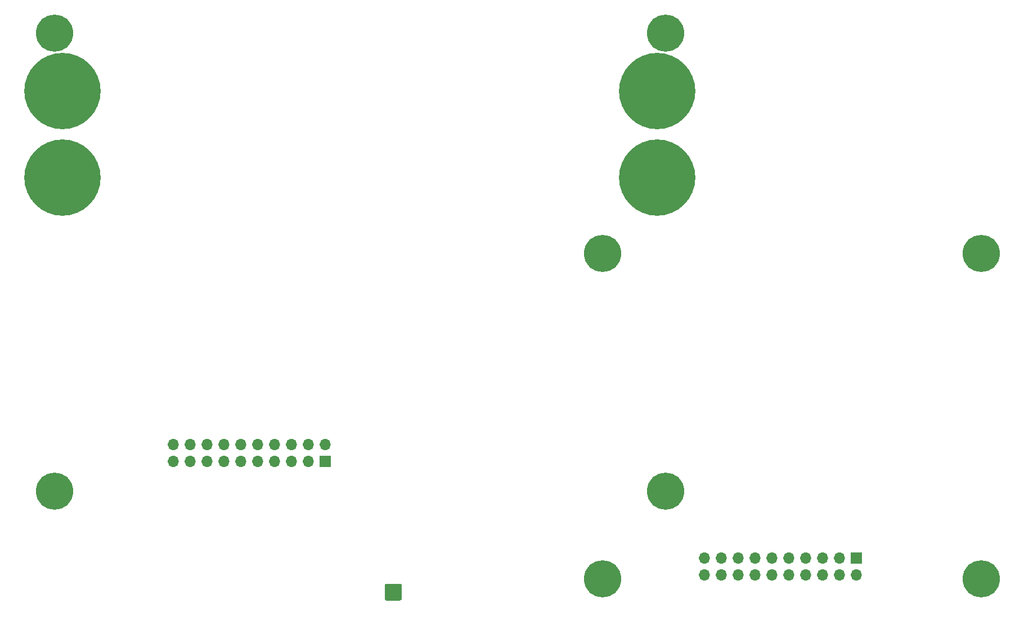
<source format=gbr>
%TF.GenerationSoftware,KiCad,Pcbnew,(5.1.9)-1*%
%TF.CreationDate,2021-09-18T16:00:30+02:00*%
%TF.ProjectId,DDS_mount,4444535f-6d6f-4756-9e74-2e6b69636164,1.1*%
%TF.SameCoordinates,Original*%
%TF.FileFunction,Soldermask,Bot*%
%TF.FilePolarity,Negative*%
%FSLAX46Y46*%
G04 Gerber Fmt 4.6, Leading zero omitted, Abs format (unit mm)*
G04 Created by KiCad (PCBNEW (5.1.9)-1) date 2021-09-18 16:00:30*
%MOMM*%
%LPD*%
G01*
G04 APERTURE LIST*
%ADD10C,11.500000*%
%ADD11C,5.600000*%
%ADD12O,1.700000X1.700000*%
%ADD13R,1.700000X1.700000*%
G04 APERTURE END LIST*
D10*
%TO.C,J2*%
X157750000Y-78550000D03*
X157750000Y-65550000D03*
X68250000Y-78550000D03*
X68250000Y-65550000D03*
D11*
X159000000Y-125800000D03*
X159000000Y-56800000D03*
X67000000Y-56800000D03*
X67000000Y-125800000D03*
D12*
X84940000Y-118760000D03*
X84940000Y-121300000D03*
X87480000Y-118760000D03*
X87480000Y-121300000D03*
X90020000Y-118760000D03*
X90020000Y-121300000D03*
X92560000Y-118760000D03*
X92560000Y-121300000D03*
X95100000Y-118760000D03*
X95100000Y-121300000D03*
X97640000Y-118760000D03*
X97640000Y-121300000D03*
X100180000Y-118760000D03*
X100180000Y-121300000D03*
X102720000Y-118760000D03*
X102720000Y-121300000D03*
X105260000Y-118760000D03*
X105260000Y-121300000D03*
X107800000Y-118760000D03*
D13*
X107800000Y-121300000D03*
%TD*%
D11*
%TO.C,J1*%
X206500000Y-90000000D03*
X149500000Y-90000000D03*
X206500000Y-139000000D03*
X149500000Y-139000000D03*
D12*
X164790000Y-138440000D03*
X164790000Y-135900000D03*
X167330000Y-138440000D03*
X167330000Y-135900000D03*
X169870000Y-138440000D03*
X169870000Y-135900000D03*
X172410000Y-138440000D03*
X172410000Y-135900000D03*
X174950000Y-138440000D03*
X174950000Y-135900000D03*
X177490000Y-138440000D03*
X177490000Y-135900000D03*
X180030000Y-138440000D03*
X180030000Y-135900000D03*
X182570000Y-138440000D03*
X182570000Y-135900000D03*
X185110000Y-138440000D03*
X185110000Y-135900000D03*
X187650000Y-138440000D03*
D13*
X187650000Y-135900000D03*
%TD*%
%TO.C,J3*%
G36*
G01*
X116725000Y-142025001D02*
X116725000Y-139974999D01*
G75*
G02*
X116974999Y-139725000I249999J0D01*
G01*
X119025001Y-139725000D01*
G75*
G02*
X119275000Y-139974999I0J-249999D01*
G01*
X119275000Y-142025001D01*
G75*
G02*
X119025001Y-142275000I-249999J0D01*
G01*
X116974999Y-142275000D01*
G75*
G02*
X116725000Y-142025001I0J249999D01*
G01*
G37*
%TD*%
M02*

</source>
